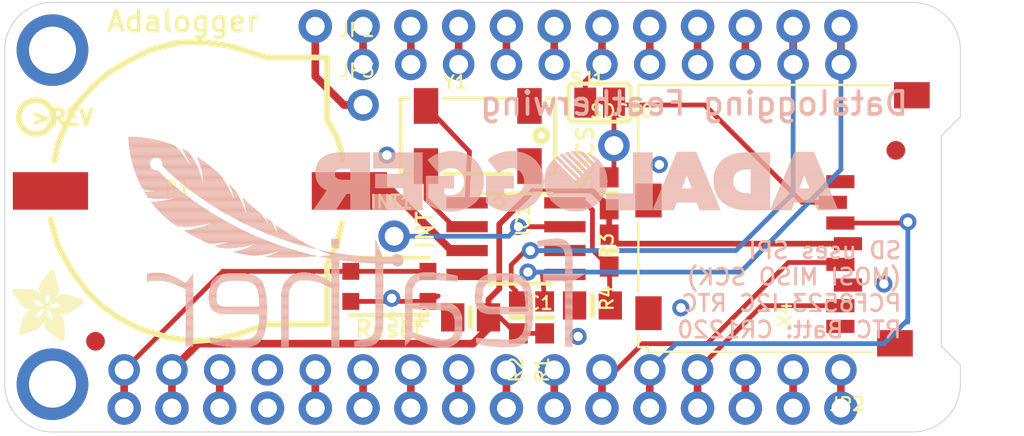
<source format=kicad_pcb>
(kicad_pcb (version 20211014) (generator pcbnew)
  (layers (0 "F.Cu" signal) (31 "B.Cu" signal) (34 "B.Paste" user) (35 "F.Paste" user) (36 "B.SilkS" user "B.Silkscreen") (37 "F.SilkS" user "F.Silkscreen") (38 "B.Mask" user) (39 "F.Mask" user) (44 "Edge.Cuts" user))
  (net 0 "")
  (net 1 "G")
  (net 2 "TX")
  (net 3 "RX")
  (net 4 "F")
  (net 5 "E")
  (net 6 "D")
  (net 7 "C")
  (net 8 "B")
  (net 9 "A")
  (net 10 "AREF")
  (net 11 "USB")
  (net 12 "N")
  (net 13 "M")
  (net 14 "L")
  (net 15 "J")
  (net 16 "I")
  (net 17 "H")
  (net 18 "SCL")
  (net 19 "SDA")
  (net 20 "GND")
  (net 21 "MOSI")
  (net 22 "MISO")
  (net 23 "SCK")
  (net 24 "+3V3")
  (net 25 "SD_CS")
  (net 26 "RESET")
  (net 27 "N$7")
  (net 28 "N$8")
  (net 29 "VBAT")
  (net 30 "EN")
  (net 31 "CR1220")
  (net 32 "INT1")
  (net 33 "CS")
  (net 34 "N$1")
  (footprint "boardEagle:0603-NO" (layer "F.Cu") (at 150.4061 110.3376 -90)
    (fp_text reference "R2" (at 2.032 0.127 90) (layer "F.SilkS") (effects (font (size 0.692831 0.692831) (thickness 0.119969)) (justify right)))
    (fp_text value "10K")
    (pad "1" smd rect (at -0.85 0 270) (size 1.075 1) (layers "F.Cu" "F.Paste" "F.Mask") (net 18 "SCL"))
    (pad "2" smd rect (at 0.85 0 270) (size 1.075 1) (layers "F.Cu" "F.Paste" "F.Mask") (net 24 "+3V3"))
  )
  (footprint "boardEagle:MICROSD" (layer "F.Cu") (at 156.8831 112.1156 90)
    (fp_text reference "X4" (at 1.18 7.69 90) (layer "F.SilkS") (effects (font (size 0.692831 0.692831) (thickness 0.119969)) (justify left)))
    (fp_text value "microsd")
    (pad "1" smd rect (at 9 10.64 90) (size 0.7 1.5) (layers "F.Cu" "F.Paste" "F.Mask"))
    (pad "2" smd rect (at 7.9 10.24 90) (size 0.7 1.5) (layers "F.Cu" "F.Paste" "F.Mask") (net 25 "SD_CS"))
    (pad "3" smd rect (at 6.8 10.64 90) (size 0.7 1.5) (layers "F.Cu" "F.Paste" "F.Mask") (net 21 "MOSI"))
    (pad "4" smd rect (at 5.7 11.04 90) (size 0.7 1.5) (layers "F.Cu" "F.Paste" "F.Mask") (net 24 "+3V3"))
    (pad "5" smd rect (at 4.6 10.64 90) (size 0.7 1.5) (layers "F.Cu" "F.Paste" "F.Mask") (net 23 "SCK"))
    (pad "6" smd rect (at 3.5 11.04 90) (size 0.7 1.5) (layers "F.Cu" "F.Paste" "F.Mask") (net 20 "GND"))
    (pad "7" smd rect (at 2.4 10.64 90) (size 0.7 1.5) (layers "F.Cu" "F.Paste" "F.Mask") (net 22 "MISO"))
    (pad "8" smd rect (at 1.3 10.64 90) (size 0.7 1.5) (layers "F.Cu" "F.Paste" "F.Mask"))
    (pad "CD1" smd rect (at 2 0.44 180) (size 1.4 1.8) (layers "F.Cu" "F.Paste" "F.Mask"))
    (pad "CD2" smd rect (at 8 0.44 180) (size 1.4 1.8) (layers "F.Cu" "F.Paste" "F.Mask"))
    (pad "MT1" smd rect (at 0.4 13.54 90) (size 1.4 1.9) (layers "F.Cu" "F.Paste" "F.Mask") (net 20 "GND"))
    (pad "MT2" smd rect (at 13.6 14.44 90) (size 1.4 1.9) (layers "F.Cu" "F.Paste" "F.Mask") (net 20 "GND"))
  )
  (footprint "boardEagle:FEATHERWING_NODIM" (layer "F.Cu") (at 123.1011 116.4336)
    (fp_text reference "MS1" hide)
    (fp_text value "FEATHERWING_NODIM" hide)
    (pad "" np_thru_hole circle (at 48.26 -2.54) (size 2.54 2.54) (drill 2.54) (layers *.Cu *.Mask))
    (pad "" np_thru_hole circle (at 48.26 -20.32) (size 2.54 2.54) (drill 2.54) (layers *.Cu *.Mask))
    (pad "1" thru_hole circle (at 6.35 -1.27) (size 1.778 1.778) (drill 1) (layers *.Cu *.Mask) (net 26 "RESET"))
    (pad "2" thru_hole circle (at 8.89 -1.27) (size 1.778 1.778) (drill 1) (layers *.Cu *.Mask) (net 24 "+3V3"))
    (pad "3" thru_hole circle (at 11.43 -1.27) (size 1.778 1.778) (drill 1) (layers *.Cu *.Mask) (net 10 "AREF"))
    (pad "4" thru_hole circle (at 13.97 -1.27) (size 1.778 1.778) (drill 1) (layers *.Cu *.Mask) (net 20 "GND"))
    (pad "5" thru_hole circle (at 16.51 -1.27) (size 1.778 1.778) (drill 1) (layers *.Cu *.Mask) (net 9 "A"))
    (pad "6" thru_hole circle (at 19.05 -1.27) (size 1.778 1.778) (drill 1) (layers *.Cu *.Mask) (net 8 "B"))
    (pad "7" thru_hole circle (at 21.59 -1.27) (size 1.778 1.778) (drill 1) (layers *.Cu *.Mask) (net 7 "C"))
    (pad "8" thru_hole circle (at 24.13 -1.27) (size 1.778 1.778) (drill 1) (layers *.Cu *.Mask) (net 6 "D"))
    (pad "9" thru_hole circle (at 26.67 -1.27) (size 1.778 1.778) (drill 1) (layers *.Cu *.Mask) (net 5 "E"))
    (pad "10" thru_hole circle (at 29.21 -1.27) (size 1.778 1.778) (drill 1) (layers *.Cu *.Mask) (net 4 "F"))
    (pad "11" thru_hole circle (at 31.75 -1.27) (size 1.778 1.778) (drill 1) (layers *.Cu *.Mask) (net 23 "SCK"))
    (pad "12" thru_hole circle (at 34.29 -1.27) (size 1.778 1.778) (drill 1) (layers *.Cu *.Mask) (net 21 "MOSI"))
    (pad "13" thru_hole circle (at 36.83 -1.27) (size 1.778 1.778) (drill 1) (layers *.Cu *.Mask) (net 22 "MISO"))
    (pad "14" thru_hole circle (at 39.37 -1.27) (size 1.778 1.778) (drill 1) (layers *.Cu *.Mask) (net 3 "RX"))
    (pad "15" thru_hole circle (at 41.91 -1.27) (size 1.778 1.778) (drill 1) (layers *.Cu *.Mask) (net 2 "TX"))
    (pad "16" thru_hole circle (at 44.45 -1.27) (size 1.778 1.778) (drill 1) (layers *.Cu *.Mask) (net 1 "G"))
    (pad "17" thru_hole circle (at 44.45 -21.59) (size 1.778 1.778) (drill 1) (layers *.Cu *.Mask) (net 19 "SDA"))
    (pad "18" thru_hole circle (at 41.91 -21.59) (size 1.778 1.778) (drill 1) (layers *.Cu *.Mask) (net 18 "SCL"))
    (pad "19" thru_hole circle (at 39.37 -21.59) (size 1.778 1.778) (drill 1) (layers *.Cu *.Mask) (net 17 "H"))
    (pad "20" thru_hole circle (at 36.83 -21.59) (size 1.778 1.778) (drill 1) (layers *.Cu *.Mask) (net 16 "I"))
    (pad "21" thru_hole circle (at 34.29 -21.59) (size 1.778 1.778) (drill 1) (layers *.Cu *.Mask) (net 15 "J"))
    (pad "22" thru_hole circle (at 31.75 -21.59) (size 1.778 1.778) (drill 1) (layers *.Cu *.Mask) (net 33 "CS"))
    (pad "23" thru_hole circle (at 29.21 -21.59) (size 1.778 1.778) (drill 1) (layers *.Cu *.Mask) (net 14 "L"))
    (pad "24" thru_hole circle (at 26.67 -21.59) (size 1.778 1.778) (drill 1) (layers *.Cu *.Mask) (net 13 "M"))
    (pad "25" thru_hole circle (at 24.13 -21.59) (size 1.778 1.778) (drill 1) (layers *.Cu *.Mask) (net 12 "N"))
    (pad "26" thru_hole circle (at 21.59 -21.59) (size 1.778 1.778) (drill 1) (layers *.Cu *.Mask) (net 11 "USB"))
    (pad "27" thru_hole circle (at 19.05 -21.59) (size 1.778 1.778) (drill 1) (layers *.Cu *.Mask) (net 30 "EN"))
    (pad "28" thru_hole circle (at 16.51 -21.59) (size 1.778 1.778) (drill 1) (layers *.Cu *.Mask) (net 29 "VBAT"))
    (pad "P$1" thru_hole circle (at 2.54 -20.32) (size 3.81 3.81) (drill 2.5) (layers *.Cu *.Mask))
    (pad "P$2" thru_hole circle (at 2.54 -2.54) (size 3.81 3.81) (drill 2.5) (layers *.Cu *.Mask))
  )
  (footprint "boardEagle:0603-NO" (layer "F.Cu") (at 155.2321 103.7336 -90)
    (fp_text reference "R3" (at 2.032 0.127 90) (layer "F.SilkS") (effects (font (size 0.692831 0.692831) (thickness 0.119969)) (justify right)))
    (fp_text value "100K")
    (pad "1" smd rect (at -0.85 0 270) (size 1.075 1) (layers "F.Cu" "F.Paste" "F.Mask") (net 25 "SD_CS"))
    (pad "2" smd rect (at 0.85 0 270) (size 1.075 1) (layers "F.Cu" "F.Paste" "F.Mask") (net 24 "+3V3"))
  )
  (footprint "boardEagle:ADAFRUIT_3.5MM" (layer "F.Cu") (at 123.4821 111.6076)
    (fp_text reference "U$4" hide)
    (fp_text value "" hide)
  )
  (footprint "boardEagle:1X01_ROUND" (layer "F.Cu") (at 143.8021 106.0196)
    (fp_text reference "INT1" (at -1.3462 -1.8288) (layer "F.SilkS") (effects (font (size 0.692831 0.692831) (thickness 0.119969)) (justify left)))
    (fp_text value "")
    (pad "1" thru_hole circle (at 0 0 90) (size 1.6764 1.6764) (drill 1) (layers *.Cu *.Mask) (net 32 "INT1"))
  )
  (footprint "boardEagle:0603-NO" (layer "F.Cu") (at 155.2321 106.7816 -90)
    (fp_text reference "R4" (at 1.778 0.127 90) (layer "F.SilkS") (effects (font (size 0.692831 0.692831) (thickness 0.119969)) (justify right)))
    (fp_text value "1K")
    (pad "1" smd rect (at -0.85 0 270) (size 1.075 1) (layers "F.Cu" "F.Paste" "F.Mask") (net 24 "+3V3"))
    (pad "2" smd rect (at 0.85 0 270) (size 1.075 1) (layers "F.Cu" "F.Paste" "F.Mask") (net 34 "N$1"))
  )
  (footprint "boardEagle:CR1220-2" (layer "F.Cu") (at 133.1341 103.6066)
    (fp_text reference "B1" (at -1.602 -0.14) (layer "F.SilkS") (effects (font (size 0.692831 0.692831) (thickness 0.119969)) (justify left)))
    (fp_text value "cr1220")
    (pad "" np_thru_hole circle (at 3.95 0) (size 1.5 1.5) (drill 1.5) (layers *.Cu *.Mask))
    (pad "" np_thru_hole circle (at -3.5 0) (size 1.5 1.5) (drill 1.5) (layers *.Cu *.Mask))
    (pad "+" smd rect (at 8.29 0) (size 4 2) (layers "F.Cu" "F.Paste" "F.Mask") (net 31 "CR1220"))
    (pad "-" smd rect (at -7.6 0) (size 4 2) (layers "F.Cu" "F.Paste" "F.Mask") (net 20 "GND"))
  )
  (footprint "boardEagle:FIDUCIAL_1MM" (layer "F.Cu") (at 127.9271 111.6076)
    (fp_text reference "FID2" hide)
    (fp_text value "FIDUCIAL_1MM" hide)
    (pad "1" smd roundrect (at 0 0) (size 1 1) (layers "F.Cu" "F.Mask") (roundrect_rratio 0.5))
  )
  (footprint "boardEagle:0603-NO" (layer "F.Cu") (at 151.8031 110.3376 -90)
    (fp_text reference "R1" (at 2.032 0.127 90) (layer "F.SilkS") (effects (font (size 0.692831 0.692831) (thickness 0.119969)) (justify right)))
    (fp_text value "10K")
    (pad "1" smd rect (at -0.85 0 270) (size 1.075 1) (layers "F.Cu" "F.Paste" "F.Mask") (net 19 "SDA"))
    (pad "2" smd rect (at 0.85 0 270) (size 1.075 1) (layers "F.Cu" "F.Paste" "F.Mask") (net 24 "+3V3"))
  )
  (footprint "boardEagle:0805-NO" (layer "F.Cu") (at 154.3431 109.7026 180)
    (fp_text reference "C1" (at 2.032 0.127) (layer "F.SilkS") (effects (font (size 0.692831 0.692831) (thickness 0.119969)) (justify right)))
    (fp_text value "10uF")
    (pad "1" smd rect (at -0.95 0 180) (size 1.24 1.5) (layers "F.Cu" "F.Paste" "F.Mask") (net 34 "N$1"))
    (pad "2" smd rect (at 0.95 0 180) (size 1.24 1.5) (layers "F.Cu" "F.Paste" "F.Mask") (net 20 "GND"))
  )
  (footprint "boardEagle:SOIC8_150MIL" (layer "F.Cu") (at 150.2791 106.1466 -90)
    (fp_text reference "IC1" (at -1.905 -0.381 90) (layer "F.SilkS") (effects (font (size 0.692831 0.692831) (thickness 0.119969)) (justify right)))
    (fp_text value "PCF8523T")
    (pad "1" smd rect (at -1.905 2.6 270) (size 0.6 2.2) (layers "F.Cu" "F.Paste" "F.Mask") (net 27 "N$7"))
    (pad "2" smd rect (at -0.635 2.6 270) (size 0.6 2.2) (layers "F.Cu" "F.Paste" "F.Mask") (net 28 "N$8"))
    (pad "3" smd rect (at 0.635 2.6 270) (size 0.6 2.2) (layers "F.Cu" "F.Paste" "F.Mask") (net 31 "CR1220"))
    (pad "4" smd rect (at 1.905 2.6 270) (size 0.6 2.2) (layers "F.Cu" "F.Paste" "F.Mask") (net 20 "GND"))
    (pad "5" smd rect (at 1.905 -2.6 270) (size 0.6 2.2) (layers "F.Cu" "F.Paste" "F.Mask") (net 19 "SDA"))
    (pad "6" smd rect (at 0.635 -2.6 270) (size 0.6 2.2) (layers "F.Cu" "F.Paste" "F.Mask") (net 18 "SCL"))
    (pad "7" smd rect (at -0.635 -2.6 270) (size 0.6 2.2) (layers "F.Cu" "F.Paste" "F.Mask") (net 32 "INT1"))
    (pad "8" smd rect (at -1.905 -2.6 270) (size 0.6 2.2) (layers "F.Cu" "F.Paste" "F.Mask") (net 34 "N$1"))
  )
  (footprint "boardEagle:SOLDERJUMPER_CLOSEDWIRE" (layer "F.Cu") (at 154.7241 98.9076)
    (fp_text reference "SJ1" (at -1.651 -1.27) (layer "F.SilkS") (effects (font (size 0.692831 0.692831) (thickness 0.119969)) (justify left)))
    (fp_text value "")
    (pad "1" smd rect (at -0.762 0) (size 1.1684 1.6002) (layers "F.Cu" "F.Mask") (net 33 "CS"))
    (pad "2" smd rect (at 0.762 0) (size 1.1684 1.6002) (layers "F.Cu" "F.Mask") (net 25 "SD_CS"))
    (pad "WIRE" smd rect (at 0 0) (size 0.635 0.2032) (layers "F.Cu" "F.Mask"))
  )
  (footprint "boardEagle:CRYSTAL_8X3.8" (layer "F.Cu") (at 148.2471 100.6856)
    (fp_text reference "Y1" (at -1.9 -2.854) (layer "F.SilkS") (effects (font (size 0.692831 0.692831) (thickness 0.119969)) (justify left)))
    (fp_text value "32khz")
    (pad "P$1" smd rect (at -2.75 1.6) (size 1.3 1.9) (layers "F.Cu" "F.Paste" "F.Mask") (net 28 "N$8"))
    (pad "P$2" smd rect (at 2.75 1.6) (size 1.3 1.9) (layers "F.Cu" "F.Paste" "F.Mask"))
    (pad "P$3" smd rect (at 2.75 -1.6) (size 1.3 1.9) (layers "F.Cu" "F.Paste" "F.Mask"))
    (pad "P$4" smd rect (at -2.75 -1.6) (size 1.3 1.9) (layers "F.Cu" "F.Paste" "F.Mask") (net 27 "N$7"))
  )
  (footprint "boardEagle:1X16_ROUND" (layer "F.Cu") (at 148.5011 113.1316 180)
    (fp_text reference "JP2" (at -20.3962 -1.8288) (layer "F.SilkS") (effects (font (size 0.692831 0.692831) (thickness 0.119969)) (justify right)))
    (fp_text value "")
    (pad "1" thru_hole circle (at -19.05 0 270) (size 1.6764 1.6764) (drill 1) (layers *.Cu *.Mask) (net 1 "G"))
    (pad "2" thru_hole circle (at -16.51 0 270) (size 1.6764 1.6764) (drill 1) (layers *.Cu *.Mask) (net 2 "TX"))
    (pad "3" thru_hole circle (at -13.97 0 270) (size 1.6764 1.6764) (drill 1) (layers *.Cu *.Mask) (net 3 "RX"))
    (pad "4" thru_hole circle (at -11.43 0 270) (size 1.6764 1.6764) (drill 1) (layers *.Cu *.Mask) (net 22 "MISO"))
    (pad "5" thru_hole circle (at -8.89 0 270) (size 1.6764 1.6764) (drill 1) (layers *.Cu *.Mask) (net 21 "MOSI"))
    (pad "6" thru_hole circle (at -6.35 0 270) (size 1.6764 1.6764) (drill 1) (layers *.Cu *.Mask) (net 23 "SCK"))
    (pad "7" thru_hole circle (at -3.81 0 270) (size 1.6764 1.6764) (drill 1) (layers *.Cu *.Mask) (net 4 "F"))
    (pad "8" thru_hole circle (at -1.27 0 270) (size 1.6764 1.6764) (drill 1) (layers *.Cu *.Mask) (net 5 "E"))
    (pad "9" thru_hole circle (at 1.27 0 270) (size 1.6764 1.6764) (drill 1) (layers *.Cu *.Mask) (net 6 "D"))
    (pad "10" thru_hole circle (at 3.81 0 270) (size 1.6764 1.6764) (drill 1) (layers *.Cu *.Mask) (net 7 "C"))
    (pad "11" thru_hole circle (at 6.35 0 270) (size 1.6764 1.6764) (drill 1) (layers *.Cu *.Mask) (net 8 "B"))
    (pad "12" thru_hole circle (at 8.89 0 270) (size 1.6764 1.6764) (drill 1) (layers *.Cu *.Mask) (net 9 "A"))
    (pad "13" thru_hole circle (at 11.43 0 270) (size 1.6764 1.6764) (drill 1) (layers *.Cu *.Mask) (net 20 "GND"))
    (pad "14" thru_hole circle (at 13.97 0 270) (size 1.6764 1.6764) (drill 1) (layers *.Cu *.Mask) (net 10 "AREF"))
    (pad "15" thru_hole circle (at 16.51 0 270) (size 1.6764 1.6764) (drill 1) (layers *.Cu *.Mask) (net 24 "+3V3"))
    (pad "16" thru_hole circle (at 19.05 0 270) (size 1.6764 1.6764) (drill 1) (layers *.Cu *.Mask) (net 26 "RESET"))
  )
  (footprint "boardEagle:1X01_ROUND" (layer "F.Cu") (at 142.1511 99.0346)
    (fp_text reference "JP3" (at -1.3462 -1.8288) (layer "F.SilkS") (effects (font (size 0.692831 0.692831) (thickness 0.119969)) (justify left)))
    (fp_text value "")
    (pad "1" thru_hole circle (at 0 0 90) (size 1.6764 1.6764) (drill 1) (layers *.Cu *.Mask) (net 29 "VBAT"))
  )
  (footprint "boardEagle:PCBFEAT-REV-040" (layer "F.Cu") (at 124.7521 99.6696)
    (fp_text reference "U$5" hide)
    (fp_text value "" hide)
    (fp_text user ">REV" (at -0.3556 0.508) (layer "F.SilkS") (effects (font (size 0.8128 0.8128) (thickness 0.2032)) (justify left bottom)))
  )
  (footprint "boardEagle:0805-NO" (layer "F.Cu") (at 147.8661 110.3376 180)
    (fp_text reference "C2" (at 2.032 0.127) (layer "F.SilkS") (effects (font (size 0.692831 0.692831) (thickness 0.119969)) (justify right)))
    (fp_text value "10uF")
    (pad "1" smd rect (at -0.95 0 180) (size 1.24 1.5) (layers "F.Cu" "F.Paste" "F.Mask") (net 24 "+3V3"))
    (pad "2" smd rect (at 0.95 0 180) (size 1.24 1.5) (layers "F.Cu" "F.Paste" "F.Mask") (net 20 "GND"))
  )
  (footprint "boardEagle:1X01_ROUND" (layer "F.Cu") (at 155.4861 101.1936)
    (fp_text reference "SDCS0" (at -1.3462 -1.8288) (layer "F.SilkS") (effects (font (size 0.692831 0.692831) (thickness 0.119969)) (justify left)))
    (fp_text value "")
    (pad "1" thru_hole circle (at 0 0 90) (size 1.6764 1.6764) (drill 1) (layers *.Cu *.Mask) (net 25 "SD_CS"))
  )
  (footprint "boardEagle:FIDUCIAL_1MM" (layer "F.Cu") (at 170.4721 101.4476)
    (fp_text reference "FID1" hide)
    (fp_text value "FIDUCIAL_1MM" hide)
    (pad "1" smd roundrect (at 0 0) (size 1 1) (layers "F.Cu" "F.Mask") (roundrect_rratio 0.5))
  )
  (footprint "boardEagle:1X11_ROUND" (layer "F.Cu") (at 154.8511 96.8756)
    (fp_text reference "JP1" (at -14.0462 -1.8288) (layer "F.SilkS") (effects (font (size 0.692831 0.692831) (thickness 0.119969)) (justify left)))
    (fp_text value "")
    (pad "1" thru_hole circle (at -12.7 0 90) (size 1.6764 1.6764) (drill 1) (layers *.Cu *.Mask) (net 30 "EN"))
    (pad "2" thru_hole circle (at -10.16 0 90) (size 1.6764 1.6764) (drill 1) (layers *.Cu *.Mask) (net 11 "USB"))
    (pad "3" thru_hole circle (at -7.62 0 90) (size 1.6764 1.6764) (drill 1) (layers *.Cu *.Mask) (net 12 "N"))
    (pad "4" thru_hole circle (at -5.08 0 90) (size 1.6764 1.6764) (drill 1) (layers *.Cu *.Mask) (net 13 "M"))
    (pad "5" thru_hole circle (at -2.54 0 90) (size 1.6764 1.6764) (drill 1) (layers *.Cu *.Mask) (net 14 "L"))
    (pad "6" thru_hole circle (at 0 0 90) (size 1.6764 1.6764) (drill 1) (layers *.Cu *.Mask) (net 33 "CS"))
    (pad "7" thru_hole circle (at 2.54 0 90) (size 1.6764 1.6764) (drill 1) (layers *.Cu *.Mask) (net 15 "J"))
    (pad "8" thru_hole circle (at 5.08 0 90) (size 1.6764 1.6764) (drill 1) (layers *.Cu *.Mask) (net 16 "I"))
    (pad "9" thru_hole circle (at 7.62 0 90) (size 1.6764 1.6764) (drill 1) (layers *.Cu *.Mask) (net 17 "H"))
    (pad "10" thru_hole circle (at 10.16 0 90) (size 1.6764 1.6764) (drill 1) (layers *.Cu *.Mask) (net 18 "SCL"))
    (pad "11" thru_hole circle (at 12.7 0 90) (size 1.6764 1.6764) (drill 1) (layers *.Cu *.Mask) (net 19 "SDA"))
  )
  (footprint "boardEagle:BTN_KMR2_4.6X2.8" (layer "F.Cu") (at 143.5481 108.6866 180)
    (fp_text reference "SW1" (at -2.032 -1.778) (layer "F.SilkS") (effects (font (size 0.692831 0.692831) (thickness 0.119969)) (justify right)))
    (fp_text value "KMR2")
    (pad "A" smd rect (at 2.05 -0.8 180) (size 0.9 0.9) (layers "F.Cu" "F.Paste" "F.Mask") (net 20 "GND"))
    (pad "A'" smd rect (at -2.05 -0.8 180) (size 0.9 0.9) (layers "F.Cu" "F.Paste" "F.Mask") (net 20 "GND"))
    (pad "B" smd rect (at 2.05 0.8 180) (size 0.9 0.9) (layers "F.Cu" "F.Paste" "F.Mask") (net 26 "RESET"))
    (pad "B'" smd rect (at -2.05 0.8 180) (size 0.9 0.9) (layers "F.Cu" "F.Paste" "F.Mask") (net 26 "RESET"))
  )
  (footprint "boardEagle:ADALOGGER_LOGO" (layer "B.Cu") (at 167.4241 104.7496 180)
    (fp_text reference "U$3" hide)
    (fp_text value "" hide)
  )
  (footprint "boardEagle:FEATHERLOGO" (layer "B.Cu") (at 153.9621 111.9886 180)
    (fp_text reference "U$2" hide)
    (fp_text value "" hide)
  )
  (gr_line (start 171.3611 93.5736) (end 125.6411 93.5736) (layer "Edge.Cuts") (width 0.05))
  (gr_line (start 172.8851 100.6856) (end 172.8851 111.8616) (layer "Edge.Cuts") (width 0.05))
  (gr_arc (start 125.6411 116.4336) (mid 123.845049 115.689651) (end 123.1011 113.8936) (layer "Edge.Cuts") (width 0.05))
  (gr_arc (start 173.9011 113.8936) (mid 173.157151 115.689651) (end 171.3611 116.4336) (layer "Edge.Cuts") (width 0.05))
  (gr_line (start 173.9011 99.6696) (end 172.8851 100.6856) (layer "Edge.Cuts") (width 0.05))
  (gr_line (start 123.1011 113.8936) (end 123.1011 96.1136) (layer "Edge.Cuts") (width 0.05))
  (gr_line (start 173.9011 96.1136) (end 173.9011 99.6696) (layer "Edge.Cuts") (width 0.05))
  (gr_line (start 171.3611 116.4336) (end 125.6411 116.4336) (layer "Edge.Cuts") (width 0.05))
  (gr_line (start 173.9011 112.8776) (end 173.9011 113.8936) (layer "Edge.Cuts") (width 0.05))
  (gr_arc (start 123.1011 96.1136) (mid 123.845049 94.317549) (end 125.6411 93.5736) (layer "Edge.Cuts") (width 0.05))
  (gr_arc (start 171.3611 93.5736) (mid 173.157151 94.317549) (end 173.9011 96.1136) (layer "Edge.Cuts") (width 0.05))
  (gr_line (start 172.8851 111.8616) (end 173.9011 112.8776) (layer "Edge.Cuts") (width 0.05))
  (gr_text "SD uses SPI \n(MOSI MISO SCK)\nPCF8523 I2C RTC\nRTC Batt: CR1220" (at 170.8531 111.5046) (layer "B.SilkS") (effects (font (size 0.87376 0.87376) (thickness 0.14224)) (justify left bottom mirror)))
  (gr_text "Datalogging Featherwing" (at 171.2341 99.6696) (layer "B.SilkS") (effects (font (size 1.223264 1.223264) (thickness 0.199136)) (justify left bottom mirror)))
  (gr_text "Adalogger" (at 128.4351 95.2246) (layer "F.SilkS") (effects (font (size 1.0922 1.0922) (thickness 0.1778)) (justify left bottom)))
  (gr_text "Reset" (at 141.6431 111.4806) (layer "F.SilkS") (effects (font (size 0.87376 0.87376) (thickness 0.14224)) (justify left bottom)))
  (gr_text "INT" (at 145.9611 106.7816 90) (layer "F.SilkS") (effects (font (size 0.87376 0.87376) (thickness 0.14224)) (justify left bottom)))
  (gr_text "SDCS" (at 153.4541 100.0506 90) (layer "F.SilkS") (effects (font (size 0.87376 0.87376) (thickness 0.14224)) (justify right top)))
  (segment (start 167.5511 113.1316) (end 167.5511 115.1636) (width 0.4064) (layer "F.Cu") (net 1))
  (segment (start 165.0111 113.1316) (end 165.0111 115.1636) (width 0.4064) (layer "F.Cu") (net 2))
  (segment (start 162.4711 113.1316) (end 162.4711 115.1636) (width 0.4064) (layer "F.Cu") (net 3))
  (segment (start 152.3111 115.1636) (end 152.3111 113.1316) (width 0.4064) (layer "F.Cu") (net 4))
  (segment (start 149.7711 115.1636) (end 149.7711 113.1316) (width 0.4064) (layer "F.Cu") (net 5))
  (segment (start 147.2311 115.1636) (end 147.2311 113.1316) (width 0.4064) (layer "F.Cu") (net 6))
  (segment (start 144.6911 113.1316) (end 144.6911 115.1636) (width 0.4064) (layer "F.Cu") (net 7))
  (segment (start 142.1511 115.1636) (end 142.1511 113.1316) (width 0.4064) (layer "F.Cu") (net 8))
  (segment (start 139.6111 115.1636) (end 139.6111 113.1316) (width 0.4064) (layer "F.Cu") (net 9))
  (segment (start 134.5311 115.1636) (end 134.5311 113.1316) (width 0.4064) (layer "F.Cu") (net 10))
  (segment (start 144.6911 94.8436) (end 144.6911 96.8756) (width 0.4064) (layer "F.Cu") (net 11))
  (segment (start 147.2311 96.8756) (end 147.2311 94.8436) (width 0.4064) (layer "F.Cu") (net 12))
  (segment (start 149.7711 96.8756) (end 149.7711 94.8436) (width 0.4064) (layer "F.Cu") (net 13))
  (segment (start 152.3111 96.8756) (end 152.3111 94.8436) (width 0.4064) (layer "F.Cu") (net 14))
  (segment (start 157.3911 96.8756) (end 157.3911 94.8436) (width 0.4064) (layer "F.Cu") (net 15))
  (segment (start 159.9311 96.8756) (end 159.9311 94.8436) (width 0.4064) (layer "F.Cu") (net 16))
  (segment (start 162.4711 96.8756) (end 162.4711 94.8436) (width 0.4064) (layer "F.Cu") (net 17))
  (segment (start 151.0411 106.7816) (end 152.8791 106.7816) (width 0.254) (layer "F.Cu") (net 18))
  (segment (start 150.0251 107.5436) (end 150.0251 108.6866) (width 0.254) (layer "F.Cu") (net 18))
  (segment (start 150.0251 108.6866) (end 150.2791 108.9406) (width 0.254) (layer "F.Cu") (net 18))
  (segment (start 150.0251 107.5436) (end 150.7871 106.7816) (width 0.254) (layer "F.Cu") (net 18))
  (segment (start 150.7871 106.7816) (end 151.0411 106.7816) (width 0.254) (layer "F.Cu") (net 18))
  (segment (start 150.2791 108.9406) (end 150.4061 109.4876) (width 0.254) (layer "F.Cu") (net 18))
  (segment (start 165.0111 96.8756) (end 165.0111 94.8436) (width 0.4064) (layer "F.Cu") (net 18))
  (via (at 151.0411 106.7816) (size 0.9064) (drill 0.5) (layers "F.Cu" "B.Cu") (net 18))
  (segment (start 165.0111 103.7336) (end 165.0111 94.8436) (width 0.254) (layer "B.Cu") (net 18))
  (segment (start 161.9631 106.7816) (end 165.0111 103.7336) (width 0.254) (layer "B.Cu") (net 18))
  (segment (start 161.9631 106.7816) (end 151.0411 106.7816) (width 0.254) (layer "B.Cu") (net 18))
  (segment (start 152.8791 108.2846) (end 152.8791 108.0516) (width 0.254) (layer "F.Cu") (net 19))
  (segment (start 151.6761 107.9246) (end 150.9141 107.9246) (width 0.254) (layer "F.Cu") (net 19))
  (segment (start 152.8791 108.0516) (end 152.8791 107.9246) (width 0.254) (layer "F.Cu") (net 19))
  (segment (start 151.8031 109.4876) (end 151.6761 107.9246) (width 0.254) (layer "F.Cu") (net 19))
  (segment (start 152.8791 107.9246) (end 151.6761 107.9246) (width 0.254) (layer "F.Cu") (net 19))
  (segment (start 167.5511 96.8756) (end 167.5511 94.8436) (width 0.4064) (layer "F.Cu") (net 19))
  (via (at 150.9141 107.9246) (size 0.9064) (drill 0.5) (layers "F.Cu" "B.Cu") (net 19))
  (segment (start 150.9141 107.9246) (end 162.2171 107.9246) (width 0.254) (layer "B.Cu") (net 19))
  (segment (start 162.2171 107.9246) (end 167.5511 102.4636) (width 0.254) (layer "B.Cu") (net 19))
  (segment (start 167.5511 102.4636) (end 167.5511 94.8436) (width 0.254) (layer "B.Cu") (net 19))
  (segment (start 145.5981 109.4866) (end 146.1441 109.1946) (width 0.254) (layer "F.Cu") (net 20))
  (segment (start 141.4981 109.4866) (end 145.5981 109.4866) (width 0.254) (layer "F.Cu") (net 20))
  (via (at 169.8371 108.5596) (size 0.9064) (drill 0.5) (layers "F.Cu" "B.Cu") (net 20))
  (via (at 159.0421 109.8296) (size 0.9064) (drill 0.5) (layers "F.Cu" "B.Cu") (net 20))
  (via (at 153.5811 111.3536) (size 0.9064) (drill 0.5) (layers "F.Cu" "B.Cu") (net 20))
  (via (at 143.4211 101.7016) (size 0.9064) (drill 0.5) (layers "F.Cu" "B.Cu") (net 20))
  (via (at 143.6751 109.3216) (size 0.9064) (drill 0.5) (layers "F.Cu" "B.Cu") (net 20))
  (via (at 157.8991 102.2096) (size 0.9064) (drill 0.5) (layers "F.Cu" "B.Cu") (net 20))
  (segment (start 171.0491 105.3156) (end 167.5231 105.3156) (width 0.254) (layer "F.Cu") (net 21))
  (segment (start 171.1071 105.2576) (end 171.0491 105.3156) (width 0.254) (layer "F.Cu") (net 21))
  (segment (start 157.3911 113.1316) (end 157.3911 115.1636) (width 0.4064) (layer "F.Cu") (net 21))
  (via (at 171.1071 105.2576) (size 0.9064) (drill 0.5) (layers "F.Cu" "B.Cu") (net 21))
  (segment (start 158.7881 111.7346) (end 169.8371 111.7346) (width 0.254) (layer "B.Cu") (net 21))
  (segment (start 157.3911 113.1316) (end 158.7881 111.7346) (width 0.254) (layer "B.Cu") (net 21))
  (segment (start 169.8371 111.7346) (end 171.1071 110.4646) (width 0.254) (layer "B.Cu") (net 21))
  (segment (start 171.1071 110.4646) (end 171.1071 105.2576) (width 0.254) (layer "B.Cu") (net 21))
  (segment (start 171.1071 110.5916) (end 171.1071 110.4646) (width 0.254) (layer "B.Cu") (net 21))
  (segment (start 163.3471 109.7156) (end 167.5231 109.7156) (width 0.254) (layer "F.Cu") (net 22))
  (segment (start 159.9311 113.1316) (end 163.3471 109.7156) (width 0.254) (layer "F.Cu") (net 22))
  (segment (start 159.9311 113.1316) (end 159.9311 115.1636) (width 0.4064) (layer "F.Cu") (net 22))
  (segment (start 164.7571 107.4166) (end 167.4241 107.4166) (width 0.254) (layer "F.Cu") (net 23))
  (segment (start 154.8511 113.1316) (end 155.6131 113.1316) (width 0.254) (layer "F.Cu") (net 23))
  (segment (start 167.4241 107.4166) (end 167.5231 107.5156) (width 0.254) (layer "F.Cu") (net 23))
  (segment (start 157.0101 111.7346) (end 160.4391 111.7346) (width 0.254) (layer "F.Cu") (net 23))
  (segment (start 160.4391 111.7346) (end 164.7571 107.4166) (width 0.254) (layer "F.Cu") (net 23))
  (segment (start 154.8511 113.1316) (end 154.8511 115.1636) (width 0.4064) (layer "F.Cu") (net 23))
  (segment (start 155.6131 113.1316) (end 157.0101 111.7346) (width 0.254) (layer "F.Cu") (net 23))
  (segment (start 155.2321 104.5836) (end 155.2321 105.9316) (width 0.3048) (layer "F.Cu") (net 24))
  (segment (start 149.3901 108.8136) (end 148.8161 109.3876) (width 0.3048) (layer "F.Cu") (net 24))
  (segment (start 149.4291 110.3376) (end 148.8161 110.3376) (width 0.254) (layer "F.Cu") (net 24))
  (segment (start 154.8901 104.1146) (end 155.2321 104.5836) (width 0.3048) (layer "F.Cu") (net 24))
  (segment (start 155.7161 106.4156) (end 167.9231 106.4156) (width 0.3048) (layer "F.Cu") (net 24))
  (segment (start 133.3881 111.7346) (end 147.9931 111.7346) (width 0.4064) (layer "F.Cu") (net 24))
  (segment (start 131.9911 113.1316) (end 133.3881 111.7346) (width 0.4064) (layer "F.Cu") (net 24))
  (segment (start 148.8161 109.3876) (end 148.8161 110.3376) (width 0.3048) (layer "F.Cu") (net 24))
  (segment (start 150.4061 111.1876) (end 149.9371 110.8456) (width 0.254) (layer "F.Cu") (net 24))
  (segment (start 151.1681 103.6066) (end 154.3431 103.6066) (width 0.254) (layer "F.Cu") (net 24))
  (segment (start 147.9931 111.7346) (end 148.8161 110.9116) (width 0.4064) (layer "F.Cu") (net 24))
  (segment (start 149.3901 108.8136) (end 149.3901 108.5596) (width 0.3048) (layer "F.Cu") (net 24))
  (segment (start 149.3901 105.3846) (end 151.1681 103.6066) (width 0.3048) (layer "F.Cu") (net 24))
  (segment (start 150.4061 111.1876) (end 151.8031 111.1876) (width 0.254) (layer "F.Cu") (net 24))
  (segment (start 131.9911 113.1316) (end 131.9911 115.1636) (width 0.4064) (layer "F.Cu") (net 24))
  (segment (start 149.9371 110.8456) (end 149.4291 110.3376) (width 0.254) (layer "F.Cu") (net 24))
  (segment (start 154.8511 104.1146) (end 154.8901 104.1146) (width 0.254) (layer "F.Cu") (net 24))
  (segment (start 154.3431 103.6066) (end 154.8511 104.1146) (width 0.3048) (layer "F.Cu") (net 24))
  (segment (start 149.3901 108.5596) (end 149.3901 105.3846) (width 0.3048) (layer "F.Cu") (net 24))
  (segment (start 155.2321 105.9316) (end 155.7161 106.4156) (width 0.3048) (layer "F.Cu") (net 24))
  (segment (start 148.8161 110.9116) (end 148.8161 110.3376) (width 0.4064) (layer "F.Cu") (net 24))
  (segment (start 155.4861 102.6296) (end 155.4861 101.1936) (width 0.254) (layer "F.Cu") (net 25))
  (segment (start 167.1231 104.2156) (end 165.4931 104.2156) (width 0.254) (layer "F.Cu") (net 25))
  (segment (start 160.3121 99.0346) (end 155.6131 99.0346) (width 0.254) (layer "F.Cu") (net 25))
  (segment (start 165.4931 104.2156) (end 160.3121 99.0346) (width 0.254) (layer "F.Cu") (net 25))
  (segment (start 155.4861 101.1936) (end 155.4861 98.9076) (width 0.254) (layer "F.Cu") (net 25))
  (segment (start 155.6131 99.0346) (end 155.4861 98.9076) (width 0.254) (layer "F.Cu") (net 25))
  (segment (start 155.2321 102.8836) (end 155.4861 102.6296) (width 0.254) (layer "F.Cu") (net 25))
  (segment (start 129.4511 113.1316) (end 129.4511 115.1636) (width 0.4064) (layer "F.Cu") (net 26))
  (segment (start 134.6961 107.8866) (end 129.4511 113.1316) (width 0.254) (layer "F.Cu") (net 26))
  (segment (start 141.4981 107.8866) (end 134.6961 107.8866) (width 0.254) (layer "F.Cu") (net 26))
  (segment (start 141.4981 107.8866) (end 145.5981 107.8866) (width 0.254) (layer "F.Cu") (net 26))
  (segment (start 147.8061 101.5216) (end 147.6791 104.2416) (width 0.254) (layer "F.Cu") (net 27))
  (segment (start 145.4971 99.0856) (end 147.8061 101.5216) (width 0.254) (layer "F.Cu") (net 27))
  (segment (start 145.4971 104.0316) (end 146.8501 105.3846) (width 0.254) (layer "F.Cu") (net 28))
  (segment (start 146.8501 105.3846) (end 147.6791 105.5116) (width 0.254) (layer "F.Cu") (net 28))
  (segment (start 145.4971 102.2856) (end 145.4971 104.0316) (width 0.254) (layer "F.Cu") (net 28))
  (segment (start 139.6111 94.8436) (end 139.6111 97.5106) (width 0.4064) (layer "F.Cu") (net 29))
  (segment (start 139.6111 97.5106) (end 141.1351 99.0346) (width 0.4064) (layer "F.Cu") (net 29))
  (segment (start 141.1351 99.0346) (end 142.1511 99.0346) (width 0.4064) (layer "F.Cu") (net 29))
  (segment (start 142.1511 94.8436) (end 142.1511 96.8756) (width 0.4064) (layer "F.Cu") (net 30))
  (segment (start 146.8501 106.7816) (end 147.6791 106.7816) (width 0.4064) (layer "F.Cu") (net 31))
  (segment (start 143.6751 103.6066) (end 146.8501 106.7816) (width 0.4064) (layer "F.Cu") (net 31))
  (segment (start 141.4241 103.6066) (end 143.6751 103.6066) (width 0.4064) (layer "F.Cu") (net 31))
  (segment (start 152.8791 105.5116) (end 150.4061 105.5116) (width 0.254) (layer "F.Cu") (net 32))
  (via (at 150.4061 105.5116) (size 0.889) (drill 0.4826) (layers "F.Cu" "B.Cu") (net 32))
  (segment (start 150.4061 105.5116) (end 149.8981 106.0196) (width 0.254) (layer "B.Cu") (net 32))
  (segment (start 149.8981 106.0196) (end 143.8021 106.0196) (width 0.254) (layer "B.Cu") (net 32))
  (segment (start 153.9621 98.9076) (end 153.9621 97.7646) (width 0.254) (layer "F.Cu") (net 33))
  (segment (start 154.8511 96.8756) (end 154.8511 94.8436) (width 0.4064) (layer "F.Cu") (net 33))
  (segment (start 153.9621 97.7646) (end 154.8511 96.8756) (width 0.254) (layer "F.Cu") (net 33))
  (segment (start 153.9621 104.2416) (end 154.3431 104.6226) (width 0.254) (layer "F.Cu") (net 34))
  (segment (start 154.3431 106.7426) (end 155.2321 107.6316) (width 0.254) (layer "F.Cu") (net 34))
  (segment (start 154.3431 104.6226) (end 154.3431 106.7426) (width 0.254) (layer "F.Cu") (net 34))
  (segment (start 155.2321 107.6316) (end 155.2931 109.7026) (width 0.254) (layer "F.Cu") (net 34))
  (segment (start 152.8791 104.2416) (end 153.9621 104.2416) (width 0.254) (layer "F.Cu") (net 34))
)
</source>
